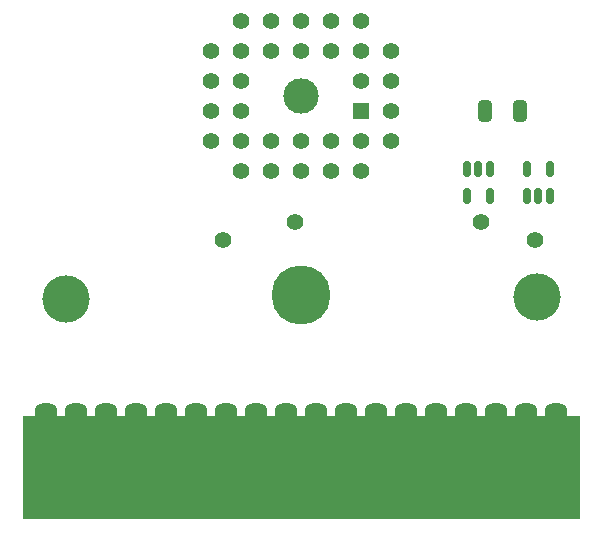
<source format=gbr>
%TF.GenerationSoftware,KiCad,Pcbnew,(6.99.0-1875-gfe1a5267a2)*%
%TF.CreationDate,2022-07-20T16:18:23+02:00*%
%TF.ProjectId,Vectorblade_PLCC32_THT_Kicad6,56656374-6f72-4626-9c61-64655f504c43,rev?*%
%TF.SameCoordinates,Original*%
%TF.FileFunction,Soldermask,Top*%
%TF.FilePolarity,Negative*%
%FSLAX46Y46*%
G04 Gerber Fmt 4.6, Leading zero omitted, Abs format (unit mm)*
G04 Created by KiCad (PCBNEW (6.99.0-1875-gfe1a5267a2)) date 2022-07-20 16:18:23*
%MOMM*%
%LPD*%
G01*
G04 APERTURE LIST*
G04 Aperture macros list*
%AMRoundRect*
0 Rectangle with rounded corners*
0 $1 Rounding radius*
0 $2 $3 $4 $5 $6 $7 $8 $9 X,Y pos of 4 corners*
0 Add a 4 corners polygon primitive as box body*
4,1,4,$2,$3,$4,$5,$6,$7,$8,$9,$2,$3,0*
0 Add four circle primitives for the rounded corners*
1,1,$1+$1,$2,$3*
1,1,$1+$1,$4,$5*
1,1,$1+$1,$6,$7*
1,1,$1+$1,$8,$9*
0 Add four rect primitives between the rounded corners*
20,1,$1+$1,$2,$3,$4,$5,0*
20,1,$1+$1,$4,$5,$6,$7,0*
20,1,$1+$1,$6,$7,$8,$9,0*
20,1,$1+$1,$8,$9,$2,$3,0*%
G04 Aperture macros list end*
%ADD10C,1.422400*%
%ADD11C,3.000000*%
%ADD12R,1.422400X1.422400*%
%ADD13RoundRect,0.717550X-0.222250X-3.778250X0.222250X-3.778250X0.222250X3.778250X-0.222250X3.778250X0*%
%ADD14C,4.000000*%
%ADD15RoundRect,0.150000X0.150000X-0.512500X0.150000X0.512500X-0.150000X0.512500X-0.150000X-0.512500X0*%
%ADD16RoundRect,0.150000X-0.150000X0.512500X-0.150000X-0.512500X0.150000X-0.512500X0.150000X0.512500X0*%
%ADD17C,5.000000*%
%ADD18RoundRect,0.250000X-0.325000X-0.650000X0.325000X-0.650000X0.325000X0.650000X-0.325000X0.650000X0*%
G04 APERTURE END LIST*
D10*
%TO.C,*%
X150876000Y-96012000D03*
%TD*%
D11*
%TO.C,U1*%
X157480000Y-83820000D03*
D12*
X162559999Y-85089999D03*
D10*
X165100000Y-82550000D03*
X162560000Y-82550000D03*
X165100000Y-80010000D03*
X162560000Y-77470000D03*
X162560000Y-80010000D03*
X160020000Y-77470000D03*
X160020000Y-80010000D03*
X157480000Y-77470000D03*
X157480000Y-80010000D03*
X154940000Y-77470000D03*
X154940000Y-80010000D03*
X152400000Y-77470000D03*
X149860000Y-80010000D03*
X152400000Y-80010000D03*
X149860000Y-82550000D03*
X152400000Y-82550000D03*
X149860000Y-85090000D03*
X152400000Y-85090000D03*
X149860000Y-87630000D03*
X152400000Y-90170000D03*
X152400000Y-87630000D03*
X154940000Y-90170000D03*
X154940000Y-87630000D03*
X157480000Y-90170000D03*
X157480000Y-87630000D03*
X160020000Y-90170000D03*
X160020000Y-87630000D03*
X162560000Y-90170000D03*
X165100000Y-87630000D03*
X162560000Y-87630000D03*
X165100000Y-85090000D03*
%TD*%
D13*
%TO.C,CON3*%
X179070000Y-114300000D03*
X176530000Y-114300000D03*
X173990000Y-114300000D03*
X171450000Y-114300000D03*
X168910000Y-114300000D03*
X166370000Y-114300000D03*
X163830000Y-114300000D03*
X161290000Y-114300000D03*
X158750000Y-114300000D03*
X156210000Y-114300000D03*
X153670000Y-114300000D03*
X151130000Y-114300000D03*
X148590000Y-114300000D03*
X146050000Y-114300000D03*
X143510000Y-114300000D03*
X140970000Y-114300000D03*
X138430000Y-114300000D03*
X135890000Y-114300000D03*
%TD*%
D14*
%TO.C,@HOLE1*%
X177398000Y-100825600D03*
%TD*%
D10*
%TO.C,*%
X177292000Y-96012000D03*
%TD*%
D15*
%TO.C,U2*%
X176596000Y-92323500D03*
X177546000Y-92323500D03*
X178496000Y-92323500D03*
X178496000Y-90048500D03*
X176596000Y-90048500D03*
%TD*%
D16*
%TO.C,U3*%
X173416000Y-90048500D03*
X172466000Y-90048500D03*
X171516000Y-90048500D03*
X171516000Y-92323500D03*
X173416000Y-92323500D03*
%TD*%
D17*
%TO.C,@HOLE0*%
X157498000Y-100725600D03*
%TD*%
D14*
%TO.C,@HOLE2*%
X137598000Y-101025600D03*
%TD*%
D18*
%TO.C,C1*%
X173023000Y-85090000D03*
X175973000Y-85090000D03*
%TD*%
D10*
%TO.C,*%
X156972000Y-94488000D03*
%TD*%
%TO.C,*%
X172720000Y-94488000D03*
%TD*%
G36*
X181098707Y-110899293D02*
G01*
X181099000Y-110900000D01*
X181099000Y-119625600D01*
X181098707Y-119626307D01*
X181098000Y-119626600D01*
X133900000Y-119626600D01*
X133899293Y-119626307D01*
X133899000Y-119625600D01*
X133899000Y-110900000D01*
X133899293Y-110899293D01*
X133900000Y-110899000D01*
X181098000Y-110899000D01*
X181098707Y-110899293D01*
G37*
M02*

</source>
